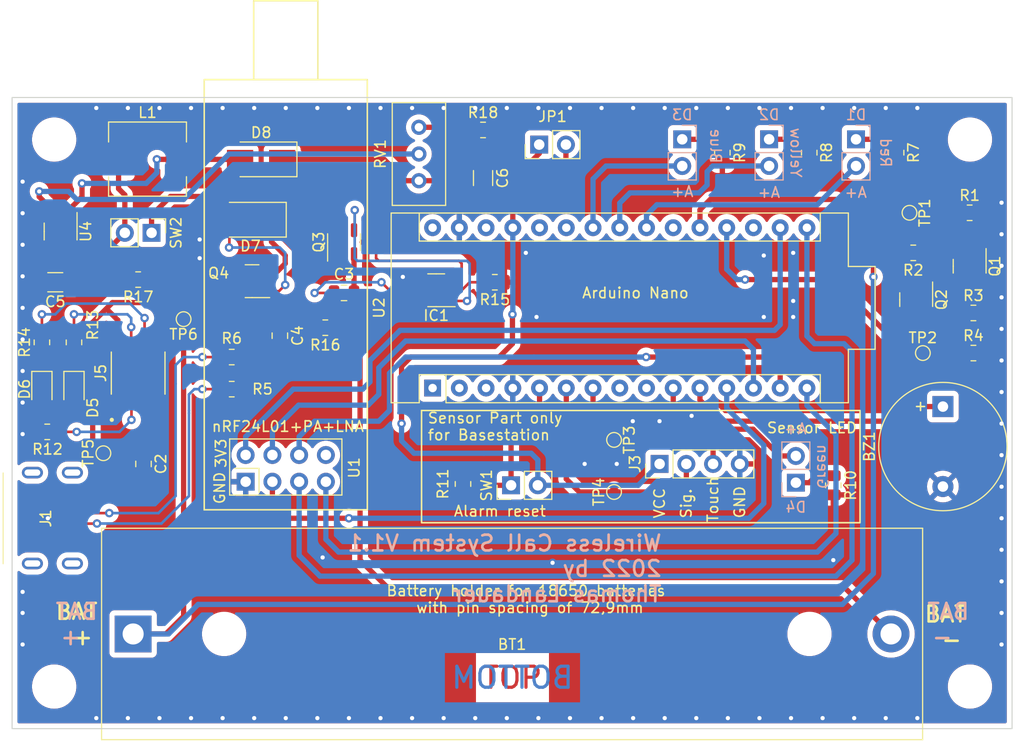
<source format=kicad_pcb>
(kicad_pcb (version 20211014) (generator pcbnew)
  (title_block (title "Wireless Call System") (date "2022-10-26") (rev "1") (company "by Thomas Landauer"))
  (layers (0 "F.Cu" signal) (31 "B.Cu" signal) (34 "B.Paste" user) (35 "F.Paste" user) (36 "B.SilkS" user "B.Silkscreen") (37 "F.SilkS" user "F.Silkscreen") (38 "B.Mask" user) (39 "F.Mask" user) (44 "Edge.Cuts" user))
  (net 0 "")
  (net 1 "VBAT")
  (net 2 "/Power supply/Bat_-")
  (net 3 "Buzzer")
  (net 4 "GND")
  (net 5 "/Power supply/Vin+")
  (net 6 "Net-(C3-Pad2)")
  (net 7 "VIN")
  (net 8 "Net-(D1-Pad1)")
  (net 9 "LED_R")
  (net 10 "Net-(D2-Pad1)")
  (net 11 "LED_G")
  (net 12 "Net-(D3-Pad1)")
  (net 13 "LED_B")
  (net 14 "Net-(D4-Pad1)")
  (net 15 "Net-(D5-Pad1)")
  (net 16 "Net-(IC1-Pad3)")
  (net 17 "Net-(J1-PadA5)")
  (net 18 "Net-(J1-PadB5)")
  (net 20 "Sensor")
  (net 21 "Touch_Sensor")
  (net 22 "Net-(J5-Pad2)")
  (net 23 "Net-(J5-Pad6)")
  (net 24 "Net-(J5-Pad7)")
  (net 25 "BAT_En")
  (net 26 "Net-(Q1-Pad3)")
  (net 27 "Net-(Q2-Pad3)")
  (net 29 "BAT_Measure")
  (net 30 "RST_Btn")
  (net 31 "Net-(RV1-Pad2)")
  (net 32 "+3V3")
  (net 33 "CE")
  (net 34 "CS")
  (net 35 "SCK")
  (net 36 "MOSI")
  (net 37 "MISO")
  (net 48 "/Power supply/Vout+")
  (net 49 "LED_Y")
  (net 50 "Net-(D7-Pad1)")
  (net 51 "Net-(D8-Pad2)")
  (net 52 "Net-(R18-Pad1)")
  (net 54 "Net-(C5-Pad1)")
  (net 55 "Net-(IC1-Pad2)")
  (net 57 "Net-(IC1-Pad1)")
  (net 63 "Net-(D6-Pad1)")
  (footprint "Connector_PinHeader_2.54mm:PinHeader_1x02_P2.54mm_Vertical" (layer "F.Cu") (at 63.251 62.865 -90)
    (fp_text reference "SW2")
    (fp_text value "SW_SPST")
  )
  (footprint "Capacitor_SMD:C_0805_2012Metric" (layer "F.Cu") (at 62.484 84.836 90)
    (fp_text reference "C2")
    (fp_text value "100nF")
  )
  (footprint "Resistor_SMD:R_0805_2012Metric" (layer "F.Cu") (at 140.97 60.96)
    (fp_text reference "R1")
    (fp_text value "100k")
  )
  (footprint "Package_TO_SOT_SMD:SOT-23-6" (layer "F.Cu") (at 90.2915 68.326 180)
    (fp_text reference "IC1")
    (fp_text value "DW01A-G")
  )
  (footprint "Resistor_SMD:R_0805_2012Metric" (layer "F.Cu") (at 79.756 71.882 180)
    (fp_text reference "R16")
    (fp_text value "100")
  )
  (footprint "Connector_PinHeader_2.54mm:PinHeader_1x02_P2.54mm_Vertical" (layer "F.Cu") (at 100.076 54.478 90)
    (fp_text reference "JP1")
    (fp_text value "Jumper_2_Bridged")
  )
  (footprint "MountingHole:MountingHole_3.2mm_M3" (layer "F.Cu") (at 54 106)
    (fp_text reference "H3" hide)
    (fp_text value "MountingHole")
  )
  (footprint "Capacitor_SMD:C_1206_3216Metric" (layer "F.Cu") (at 94.742 57.658 -90)
    (fp_text reference "C6")
    (fp_text value "22uF")
  )
  (footprint "Package_TO_SOT_SMD:SOT-23" (layer "F.Cu") (at 72.7964 67.4624 180)
    (fp_text reference "Q4")
    (fp_text value "AO3401A")
  )
  (footprint "Resistor_SMD:R_0805_2012Metric" (layer "F.Cu") (at 70.866 77.724)
    (fp_text reference "R5")
    (fp_text value "5,1k")
  )
  (footprint "Package_TO_SOT_SMD:SOT-23" (layer "F.Cu") (at 140.97 66.04 -90)
    (fp_text reference "Q1")
    (fp_text value "2N7002")
  )
  (footprint "Capacitor_SMD:C_0805_2012Metric" (layer "F.Cu") (at 75.438 72.644 -90)
    (fp_text reference "C4")
    (fp_text value "10uF")
  )
  (footprint "project_library:Arduino_Nano" (layer "F.Cu") (at 89.95 77.62 90)
    (fp_text reference "U2")
    (fp_text value "Arduino_Nano")
  )
  (footprint "project_library:SOP127P600X175-9N" (layer "F.Cu") (at 61.976 76.2 90)
    (fp_text reference "J5")
    (fp_text value "TP4056")
  )
  (footprint "Potentiometer_THT:Potentiometer_Bourns_3296W_Vertical" (layer "F.Cu") (at 88.646 52.832 90)
    (fp_text reference "RV1")
    (fp_text value "100k")
  )
  (footprint "Connector_PinHeader_2.54mm:PinHeader_1x02_P2.54mm_Vertical" (layer "F.Cu") (at 97.404 86.868 90)
    (fp_text reference "SW1")
    (fp_text value "SW_Push")
  )
  (footprint "Resistor_SMD:R_0805_2012Metric" (layer "F.Cu") (at 70.866 74.676)
    (fp_text reference "R6")
    (fp_text value "5,1k")
  )
  (footprint "Capacitor_SMD:C_0805_2012Metric" (layer "F.Cu") (at 81.534 68.58 180)
    (fp_text reference "C3")
    (fp_text value "100nF")
  )
  (footprint "Resistor_SMD:R_0805_2012Metric" (layer "F.Cu") (at 141.3275 70.485)
    (fp_text reference "R3")
    (fp_text value "100k")
  )
  (footprint "TestPoint:TestPoint_Pad_D1.0mm" (layer "F.Cu") (at 107.188 82.55 -90)
    (fp_text reference "TP3")
    (fp_text value "TestPoint")
  )
  (footprint "Resistor_SMD:R_0805_2012Metric" (layer "F.Cu") (at 94.742 53.086)
    (fp_text reference "R18")
    (fp_text value "2,2k")
  )
  (footprint "Diode_SMD:D_SMA" (layer "F.Cu") (at 73.66 55.88 180)
    (fp_text reference "D8")
    (fp_text value "SS34")
  )
  (footprint "Resistor_SMD:R_0805_2012Metric" (layer "F.Cu") (at 52.832 73.279 -90)
    (fp_text reference "R14")
    (fp_text value "1k")
  )
  (footprint "Package_TO_SOT_SMD:SOT-23-6" (layer "F.Cu") (at 81.534 63.754 90)
    (fp_text reference "Q3")
    (fp_text value "FS8205")
  )
  (footprint "Battery:BatteryHolder_MPD_BH-18650-PC2" (layer "F.Cu") (at 61.5 101)
    (fp_text reference "BT1")
    (fp_text value "Battery_Cell")
  )
  (footprint "Resistor_SMD:R_0805_2012Metric" (layer "F.Cu") (at 55.88 73.279 -90)
    (fp_text reference "R13")
    (fp_text value "1k")
  )
  (footprint "MountingHole:MountingHole_3.2mm_M3" (layer "F.Cu") (at 141 106)
    (fp_text reference "H2" hide)
    (fp_text value "MountingHole")
  )
  (footprint "Resistor_SMD:R_0805_2012Metric" (layer "F.Cu") (at 128.016 86.868 -90)
    (fp_text reference "R10")
    (fp_text value "5,1k")
  )
  (footprint "LED_SMD:LED_0805_2012Metric" (layer "F.Cu") (at 55.88 77.724 -90)
    (fp_text reference "D5")
    (fp_text value "Red")
  )
  (footprint "Buzzer_Beeper:Buzzer_12x9.5RM7.6" (layer "F.Cu") (at 138.43 79.385 -90)
    (fp_text reference "BZ1")
    (fp_text value "Buzzer")
  )
  (footprint "TestPoint:TestPoint_Pad_D1.0mm" (layer "F.Cu") (at 107.188 87.503 90)
    (fp_text reference "TP4")
    (fp_text value "TestPoint")
  )
  (footprint "Diode_SMD:D_SMA" (layer "F.Cu") (at 72.644 61.6204 180)
    (fp_text reference "D7")
    (fp_text value "SS54")
  )
  (footprint "MountingHole:MountingHole_3.2mm_M3" (layer "F.Cu") (at 141 54)
    (fp_text reference "H4" hide)
    (fp_text value "MountingHole")
  )
  (footprint "Capacitor_SMD:C_1206_3216Metric" (layer "F.Cu") (at 54.102 67.564 180)
    (fp_text reference "C5")
    (fp_text value "22uF")
  )
  (footprint "Resistor_SMD:R_0805_2012Metric" (layer "F.Cu") (at 135.6125 64.77 180)
    (fp_text reference "R2")
    (fp_text value "1M")
  )
  (footprint "Package_TO_SOT_SMD:SOT-23-6" (layer "F.Cu") (at 54.61 62.738 -90)
    (fp_text reference "U4")
    (fp_text value "MT3608")
  )
  (footprint "Resistor_SMD:R_0805_2012Metric" (layer "F.Cu") (at 61.976 67.31 180)
    (fp_text reference "R17")
    (fp_text value "100k")
  )
  (footprint "TestPoint:TestPoint_Pad_D1.0mm" (layer "F.Cu") (at 66.294 71.0692 180)
    (fp_text reference "TP6")
    (fp_text value "TestPoint")
  )
  (footprint "LED_SMD:LED_0805_2012Metric" (layer "F.Cu") (at 52.832 77.724 -90)
    (fp_text reference "D6")
    (fp_text value "Blue")
  )
  (footprint "Resistor_SMD:R_0805_2012Metric" (layer "F.Cu") (at 133.985 55.245 -90)
    (fp_text reference "R7")
    (fp_text value "1k")
  )
  (footprint "Package_TO_SOT_SMD:SOT-23" (layer "F.Cu") (at 135.89 69.215 -90)
    (fp_text reference "Q2")
    (fp_text value "SI2301CDS-T1-GE3")
  )
  (footprint "Resistor_SMD:R_0805_2012Metric" (layer "F.Cu") (at 117.475 55.245 -90)
    (fp_text reference "R9")
    (fp_text value "4,7k")
  )
  (footprint "TestPoint:TestPoint_Pad_D1.0mm" (layer "F.Cu") (at 58.674 83.82 90)
    (fp_text reference "TP5")
    (fp_text value "TestPoint")
  )
  (footprint "Resistor_SMD:R_0805_2012Metric" (layer "F.Cu") (at 53.34 81.788)
    (fp_text reference "R12")
    (fp_text value "1,2k")
  )
  (footprint "Resistor_SMD:R_0805_2012Metric" (layer "F.Cu") (at 92.837 86.741 -90)
    (fp_text reference "R11")
    (fp_text value "10k")
  )
  (footprint "TestPoint:TestPoint_Pad_D1.0mm" (layer "F.Cu") (at 135.255 60.96 -90)
    (fp_text reference "TP1")
    (fp_text value "TestPoint")
  )
  (footprint "MountingHole:MountingHole_3.2mm_M3" (layer "F.Cu") (at 54 54)
    (fp_text reference "H1" hide)
    (fp_text value "MountingHole")
  )
  (footprint "project_library:SLO0630H" (layer "F.Cu") (at 62.865 55.88)
    (fp_text reference "L1")
    (fp_text value "22uH")
  )
  (footprint "Resistor_SMD:R_0805_2012Metric" (layer "F.Cu") (at 141.3275 74.295)
    (fp_text reference "R4")
    (fp_text value "100k")
  )
  (footprint "project_library:nRF24L01_LNA_Module" (layer "F.Cu") (at 72.19 86.5265 90)
    (fp_text reference "U1")
    (fp_text value "NRF24L01_Breakout")
  )
  (footprint "Connector_PinHeader_2.54mm:PinHeader_1x04_P2.54mm_Vertical" (layer "F.Cu") (at 111.516 84.836 90)
    (fp_text reference "J3")
    (fp_text value "Conn_01x04_Male")
  )
  (footprint "Resistor_SMD:R_0805_2012Metric" (layer "F.Cu") (at 95.8615 67.564 180)
    (fp_text reference "R15")
    (fp_text value "1k")
  )
  (footprint "project_library:TYPEC31M17_new" (layer "F.Cu") (at 49.15 90.01 -90)
    (fp_text reference "J1")
    (fp_text value "TYPE-C-31-M-17")
  )
  (footprint "TestPoint:TestPoint_Pad_D1.0mm" (layer "F.Cu") (at 136.525 74.295)
    (fp_text reference "TP2")
    (fp_text value "TestPoint")
  )
  (footprint "Resistor_SMD:R_0805_2012Metric" (layer "F.Cu") (at 125.73 55.245 -90)
    (fp_text reference "R8")
    (fp_text value "1k")
  )
  (footprint "Connector_PinHeader_2.54mm:PinHeader_1x02_P2.54mm_Vertical" (layer "B.Cu") (at 124.46 86.619)
    (fp_text reference "D4")
    (fp_text value "gn 3mm")
  )
  (footprint "Connector_PinHeader_2.54mm:PinHeader_1x02_P2.54mm_Vertical" (layer "B.Cu") (at 130.175 53.975 180)
    (fp_text reference "D1")
    (fp_text value "rd 3mm")
  )
  (footprint "Connector_PinHeader_2.54mm:PinHeader_1x02_P2.54mm_Vertical" (layer "B.Cu") (at 121.92 53.97 180)
    (fp_text reference "D2")
    (fp_text value "ye 3mm")
  )
  (footprint "Connector_PinHeader_2.54mm:PinHeader_1x02_P2.54mm_Vertical" (layer "B.Cu") (at 113.665 53.975 180)
    (fp_text reference "D3")
    (fp_text value "bl 3mm")
  )
  (gr_rect (start 88.9 79.756) (end 130.556 90.424) (layer "F.SilkS") (width 0.15) (fill none))
  (gr_rect (start 50 50) (end 145 110) (layer "Edge.Cuts") (width 0.1) (fill none))
  (gr_text "TOP" (at 97.536 105.156) (layer "F.Cu") (effects (font (size 2 2) (thickness 0.3))))
  (gr_text "BOTTOM" (at 97.536 105.156) (layer "B.Cu") (effects (font (size 2 2) (thickness 0.3)) (justify mirror)))
  (gr_text "Yellow" (at 124.46 55.24 270) (layer "B.SilkS") (effects (font (size 1 1)) (justify mirror)))
  (gr_text "A+" (at 130.15 59.025) (layer "B.SilkS") (effects (font (size 1 1)) (justify mirror)))
  (gr_text "A+" (at 113.675 58.95) (layer "B.SilkS") (effects (font (size 1 1)) (justify mirror)))
  (gr_text "Blue" (at 116.84 54.61 270) (layer "B.SilkS") (effects (font (size 1 1)) (justify mirror)))
  (gr_text "Wireless Call System V1.1\n2022 by \nThomas Landauer" (at 111.8362 94.7928) (layer "B.SilkS") (effects (font (size 1.5 1.5) (thickness 0.25)) (justify left mirror)))
  (gr_text "A+" (at 121.9 59.025) (layer "B.SilkS") (effects (font (size 1 1)) (justify mirror)))
  (gr_text "BAT\n -" (at 138.938 100.076) (layer "B.SilkS") (effects (font (size 1.5 1.5) (thickness 0.25)) (justify mirror)))
  (gr_text "A+" (at 124.425 81.5) (layer "B.SilkS") (effects (font (size 1 1)) (justify mirror)))
  (gr_text "BAT\n +" (at 56.134 100.076) (layer "B.SilkS") (effects (font (size 1.5 1.5) (thickness 0.25)) (justify mirror)))
  (gr_text "Red" (at 132.9944 55.245 270) (layer "B.SilkS") (effects (font (size 1 1)) (justify mirror)))
  (gr_text "Green" (at 127 85.09 270) (layer "B.SilkS") (effects (font (size 1 1)) (justify mirror)))
  (gr_text "GND" (at 119.126 90.0938 90) (layer "F.SilkS") (effects (font (size 1 1)) (justify left)))
  (gr_text "Sensor Part only\nfor Basestation" (at 89.408 81.28) (layer "F.SilkS") (effects (font (size 1 1)) (justify left)))
  (gr_text "nRF24L01+PA+LNA" (at 76.2 81.28) (layer "F.SilkS") (effects (font (size 1 1))))
  (gr_text "3V3" (at 69.85 83.82 90) (layer "F.SilkS") (effects (font (size 1 1))))
  (gr_text "Sensor LED" (at 125.984 81.407) (layer "F.SilkS") (effects (font (size 1 1))))
  (gr_text "Touch" (at 116.575 90.475 90) (layer "F.SilkS") (effects (font (size 1 1)) (justify left)))
  (gr_text "VCC" (at 111.506 90.0938 90) (layer "F.SilkS") (effects (font (size 1 1)) (justify left)))
  (gr_text "Sig." (at 114.046 90.0938 90) (layer "F.SilkS") (effects (font (size 1 1)) (justify left)))
  (gr_text "Alarm reset" (at 96.3422 89.3318) (layer "F.SilkS") (effects (font (size 1 1))))
  (gr_text "Arduino Nano" (at 109.22 68.58) (layer "F.SilkS") (effects (font (size 1 1))))
  (gr_text "BAT\n +" (at 56.134 100.076) (layer "F.SilkS") (effects (font (size 1.5 1.5) (thickness 0.25))))
  (gr_text "BAT\n -" (at 138.684 100.33) (layer "F.SilkS") (effects (font (size 1.5 1.5) (thickness 0.25))))
  (gr_text "GND" (at 69.723 87.122 90) (layer "F.SilkS") (effects (font (size 1 1))))
  (gr_text "Battery holder for 18650 batteries \nwith pin spacing of 72,9mm" (at 99.2 97.7) (layer "F.SilkS") (effects (font (size 1 1))))
  (segment (start 131.826 66.04) (end 133.096 64.77) (width 0.5) (layer "F.Cu") (net 1))
  (segment (start 131.826 67.056) (end 131.826 66.04) (width 0.5) (layer "F.Cu") (net 1))
  (segment (start 61.5 101) (end 64.608 101) (width 0.5) (layer "F.Cu") (net 1))
  (segment (start 78.6555 71.694) (end 78.8435 71.882) (width 0.5) (layer "F.Cu") (net 1))
  (segment (start 63.881 73.725) (end 63.881 71.755) (width 0.5) (layer "F.Cu") (net 1))
  (segment (start 73.472 71.694) (end 72.8472 71.0692) (width 0.5) (layer "F.Cu") (net 1))
  (segment (start 71.8589 67.4624) (end 67.4116 67.4624) (width 0.5) (layer "F.Cu") (net 1))
  (segment (start 67.4116 67.4624) (end 66.294 68.58) (width 0.5) (layer "F.Cu") (net 1))
  (segment (start 134.7 68.0375) (end 134.94 68.2775) (width 0.5) (layer "F.Cu") (net 1))
  (segment (start 64.608 101) (end 66.294 99.314) (width 0.5) (layer "F.Cu") (net 1))
  (segment (start 64.5668 71.0692) (end 66.294 71.0692) (width 0.5) (layer "F.Cu") (net 1))
  (segment (start 66.294 99.314) (end 66.294 71.0692) (width 0.5) (layer "F.Cu") (net 1))
  (segment (start 63.881 71.755) (end 64.5668 71.0692) (width 0.5) (layer "F.Cu") (net 1))
  (segment (start 75.438 71.694) (end 78.6555 71.694) (width 0.5) (layer "F.Cu") (net 1))
  (segment (start 72.8472 71.0692) (end 66.294 71.0692) (width 0.5) (layer "F.Cu") (net 1))
  (segment (start 134.7 64.77) (end 134.7 68.0375) (width 0.5) (layer "F.Cu") (net 1))
  (segment (start 133.096 64.77) (end 134.7 64.77) (width 0.5) (layer "F.Cu") (net 1))
  (segment (start 66.294 68.58) (end 66.294 71.0692) (width 0.5) (layer "F.Cu") (net 1))
  (segment (start 75.438 71.694) (end 73.472 71.694) (width 0.5) (layer "F.Cu") (net 1))
  (via (at 131.826 67.056) (size 0.8) (drill 0.4) (layers "F.Cu" "B.Cu") (net 1))
  (segment (start 131.826 67.056) (end 131.826 95.25) (width 0.5) (layer "B.Cu") (net 1))
  (segment (start 131.826 95.25) (end 128.885349 98.190651) (width 0.5) (layer "B.Cu") (net 1))
  (segment (start 128.885349 98.190651) (end 67.671349 98.190651) (width 0.5) (layer "B.Cu") (net 1))
  (segment (start 64.862 101) (end 61.5 101) (width 0.5) (layer "B.Cu") (net 1))
  (segment (start 67.671349 98.190651) (end 64.862 101) (width 0.5) (layer "B.Cu") (net 1))
  (segment (start 83.058 93.98) (end 83.058 71.628) (width 0.5) (layer "F.Cu") (net 2))
  (segment (start 84.582 68.58) (end 82.484 68.58) (width 0.25) (layer "F.Cu") (net 2))
  (segment (start 129.147 96.647) (end 85.725 96.647) (width 0.5) (layer "F.Cu") (net 2))
  (segment (start 82.484 68.58) (end 82.484 64.8915) (width 0.5) (layer "F.Cu") (net 2))
  (segment (start 133.5 101) (end 129.147 96.647) (width 0.5) (layer "F.Cu") (net 2))
  (segment (start 83.058 71.628) (end 82.484 71.054) (width 0.5) (layer "F.Cu") (net 2))
  (segment (start 89.154 69.276) (end 85.278 69.276) (width 0.25) (layer "F.Cu") (net 2))
  (segment (start 82.484 71.054) (end 82.484 68.58) (width 0.5) (layer "F.Cu") (net 2))
  (segment (start 85.278 69.276) (end 84.582 68.58) (width 0.25) (layer "F.Cu") (net 2))
  (segment (start 85.725 96.647) (end 83.058 93.98) (width 0.5) (layer "F.Cu") (net 2))
  (segment (start 136.261 79.385) (end 134.874 80.772) (width 0.5) (layer "F.Cu") (net 3))
  (segment (start 138.43 79.385) (end 136.261 79.385) (width 0.5) (layer "F.Cu") (net 3))
  (segment (start 134.874 80.772) (end 117.348 80.772) (width 0.5) (layer "F.Cu") (net 3))
  (segment (start 115.35 78.774) (end 115.35 77.62) (width 0.5) (layer "F.Cu") (net 3))
  (segment (start 117.348 80.772) (end 115.35 78.774) (width 0.5) (layer "F.Cu") (net 3))
  (via (at 76 51) (size 0.8) (drill 0.4) (layers "F.Cu" "B.Cu") (net 4))
  (via (at 144 63) (size 0.8) (drill 0.4) (layers "F.Cu" "B.Cu") (net 4))
  (via (at 130 51) (size 0.8) (drill 0.4) (layers "F.Cu" "B.Cu") (net 4))
  (via (at 51 82) (size 0.8) (drill 0.4) (layers "F.Cu" "B.Cu") (net 4))
  (via (at 118 51) (size 0.8) (drill 0.4) (layers "F.Cu" "B.Cu") (net 4))
  (via (at 100 51) (size 0.8) (drill 0.4) (layers "F.Cu" "B.Cu") (net 4))
  (via (at 115 109) (size 0.8) (drill 0.4) (layers "F.Cu" "B.Cu") (net 4))
  (via (at 51 97) (size 0.8) (drill 0.4) (layers "F.Cu" "B.Cu") (net 4))
  (via (at 79 51) (size 0.8) (drill 0.4) (layers "F.Cu" "B.Cu") (net 4))
  (via (at 73 51) (size 0.8) (drill 0.4) (layers "F.Cu" "B.Cu") (net 4))
  (via (at 144 78) (size 0.8) (drill 0.4) (layers "F.Cu" "B.Cu") (net 4))
  (via (at 91 51) (size 0.8) (drill 0.4) (layers "F.Cu" "B.Cu") (net 4))
  (via (at 82 109) (size 0.8) (drill 0.4) (layers "F.Cu" "B.Cu") (net 4))
  (via (at 106 109) (size 0.8) (drill 0.4) (layers "F.Cu" "B.Cu") (net 4))
  (via (at 127 51) (size 0.8) (drill 0.4) (layers "F.Cu" "B.Cu") (net 4))
  (via (at 64 109) (size 0.8) (drill 0.4) (layers "F.Cu" "B.Cu") (net 4))
  (via (at 144 60) (size 0.8) (drill 0.4) (layers "F.Cu" "B.Cu") (net 4))
  (via (at 144 84) (size 0.8) (drill 0.4) (layers "F.Cu" "B.Cu") (net 4))
  (via (at 121.412 70.866) (size 0.8) (drill 0.4) (layers "F.Cu" "B.Cu") (net 4))
  (via (at 144 66) (size 0.8) (drill 0.4) (layers "F.Cu" "B.Cu") (net 4))
  (via (at 136 51) (size 0.8) (drill 0.4) (layers "F.Cu" "B.Cu") (net 4))
  (via (at 51 64) (size 0.8) (drill 0.4) (layers "F.Cu" "B.Cu") (net 4))
  (via (at 51 70) (size 0.8) (drill 0.4) (layers "F.Cu" "B.Cu") (net 4))
  (via (at 124.206 64.77) (size 0.8) (drill 0.4) (layers "F.Cu" "B.Cu") (net 4))
  (via (at 103 109) (size 0.8) (drill 0.4) (layers "F.Cu" "B.Cu") (net 4))
  (via (at 87.122 67.056) (size 0.8) (drill 0.4) (layers "F.Cu" "B.Cu") (net 4))
  (via (at 91 109) (size 0.8) (drill 0.4) (layers "F.Cu" "B.Cu") (net 4))
  (via (at 97 51) (size 0.8) (drill 0.4) (layers "F.Cu" "B.Cu") (net 4))
  (via (at 109 51) (size 0.8) (drill 0.4) (layers "F.Cu" "B.Cu") (net 4))
  (via (at 79.502 93.726) (size 0.8) (drill 0.4) (layers "F.Cu" "B.Cu") (net 4))
  (via (at 133 51) (size 0.8) (drill 0.4) (layers "F.Cu" "B.Cu") (net 4))
  (via (at 67 109) (size 0.8) (drill 0.4) (layers "F.Cu" "B.Cu") (net 4))
  (via (at 58 109) (size 0.8) (drill 0.4) (layers "F.Cu" "B.Cu") (net 4))
  (via (at 79 109) (size 0.8) (drill 0.4) (layers "F.Cu" "B.Cu") (net 4))
  (via (at 104.394 84.836) (size 0.8) (drill 0.4) (layers "F.Cu" "B.Cu") (net 4))
  (via (at 100 109) (size 0.8) (drill 0.4) (layers "F.Cu" "B.Cu") (net 4))
  (via (at 124.206 70.866) (size 0.8) (drill 0.4) (layers "F.Cu" "B.Cu") (net 4))
  (via (at 61 109) (size 0.8) (drill 0.4) (layers "F.Cu" "B.Cu") (net 4))
  (via (at 133 109) (size 0.8) (drill 0.4) (layers "F.Cu" "B.Cu") (net 4))
  (via (at 67.818 65.278) (size 0.8) (drill 0.4) (layers "F.Cu" "B.Cu") (net 4))
  (via (at 124 51) (size 0.8) (drill 0.4) (layers "F.Cu" "B.Cu") (net 4))
  (via (at 94 51) (size 0.8) (drill 0.4) (layers "F.Cu" "B.Cu") (net 4))
  (via (at 51 73) (size 0.8) (drill 0.4) (layers "F.Cu" "B.Cu") (net 4))
  (via (at 51 99) (size 0.8) (drill 0.4) (layers "F.Cu" "B.Cu") (net 4))
  (via (at 107.442 84.836) (size 0.8) (drill 0.4) (layers "F.Cu" "B.Cu") (net 4))
  (via (at 144 69) (size 0.8) (drill 0.4) (layers "F.Cu" "B.Cu") (net 4))
  (via (at 124.206 69.342) (size 0.8) (drill 0.4) (layers "F.Cu" "B.Cu") (net 4))
  (via (at 136 109) (size 0.8) (drill 0.4) (layers "F.Cu" "B.Cu") (net 4))
  (via (at 51 61) (size 0.8) (drill 0.4) (layers "F.Cu" "B.Cu") (net 4))
  (via (at 61 51) (size 0.8) (drill 0.4) (layers "F.Cu" "B.Cu") (net 4))
  (via (at 108.966 80.772) (size 0.8) (drill 0.4) (layers "F.Cu" "B.Cu") (net 4))
  (via (at 144 87) (size 0.8) (drill 0.4) (layers "F.Cu" "B.Cu") (net 4))
  (via (at 114.554 80.264) (size 0.8) (drill 0.4) (layers "F.Cu" "B.Cu") (net 4))
  (via (at 144 81) (size 0.8) (drill 0.4) (layers "F.Cu" "B.Cu") (net 4))
  (via (at 144 93) (size 0.8) (drill 0.4) (layers "F.Cu" "B.Cu") (net 4))
  (via (at 51 67) (size 0.8) (drill 0.4) (layers "F.Cu" "B.Cu") (net 4))
  (via (at 97 109) (size 0.8) (drill 0.4) (layers "F.Cu" "B.Cu") (net 4))
  (via (at 121 109) (size 0.8) (drill 0.4) (layers "F.Cu" "B.Cu") (net 4))
  (via (at 130 109) (size 0.8) (drill 0.4) (layers "F.Cu" "B.Cu") (net 4))
  (via (at 101.346 94.234) (size 0.8) (drill 0.4) (layers "F.Cu" "B.Cu") (net 4))
  (via (at 144 102) (size 0.8) (drill 0.4) (layers "F.Cu" "B.Cu") (net 4))
  (via (at 70 109) (size 0.8) (drill 0.4) (layers "F.Cu" "B.Cu") (net 4))
  (via (at 144 75) (size 0.8) (drill 0.4) (layers "F.Cu" "B.Cu") (net 4))
  (via (at 144 90) (size 0.8) (drill 0.4) (layers "F.Cu" "B.Cu") (net 4))
  (via (at 70 51) (size 0.8) (drill 0.4) (layers "F.Cu" "B.Cu") (net 4))
  (via (at 51 58) (size 0.8) (drill 0.4) (layers "F.Cu" "B.Cu") (net 4))
  (via (at 128.016 93.98) (size 0.8) (drill 0.4) (layers "F.Cu" "B.Cu") (net 4))
  (via (at 112 109) (size 0.8) (drill 0.4) (layers "F.Cu" "B.Cu") (net 4))
  (via (at 99.822 70.866) (size 0.8) (drill 0.4) (layers "F.Cu" "B.Cu") (net 4))
  (via (at 106 51) (size 0.8) (drill 0.4) (layers "F.Cu" "B.Cu") (net 4))
  (via (at 112 51) (size 0.8) (drill 0.4) (layers "F.Cu" "B.Cu") (net 4))
  (via (at 85 109) (size 0.8) (drill 0.4) (layers "F.Cu" "B.Cu") (net 4))
  (via (at 51 102) (size 0.8) (drill 0.4) (layers "F.Cu" "B.Cu") (net 4))
  (via (at 98.806 64.77) (size 0.8) (drill 0.4) (layers "F.Cu" "B.Cu") (net 4))
  (via (at 144 99) (size 0.8) (drill 0.4) (layers "F.Cu" "B.Cu") (net 4))
  (via (at 76 109) (size 0.8) (drill 0.4) (layers "F.Cu" "B.Cu") (net 4))
  (via (at 127 109) (size 0.8) (drill 0.4) (layers "F.Cu" "B.Cu") (net 4))
  (via (at 94 109) (size 0.8) (drill 0.4) (layers "F.Cu" "B.Cu") (net 4))
  (via (at 73 109) (size 0.8) (drill 0.4) (layers "F.Cu" "B.Cu") (net 4))
  (via (at 115 51) (size 0.8) (drill 0.4) (layers "F.Cu" "B.Cu") (net 4))
  (via (at 124 109) (size 0.8) (drill 0.4) (layers "F.Cu" "B.Cu") (net 4))
  (via (at 103 51) (size 0.8) (drill 0.4) (layers "F.Cu" "B.Cu") (net 4))
  (via (at 144 72) (size 0.8) (drill 0.4) (layers "F.Cu" "B.Cu") (net 4))
  (via (at 53.4 90) (size 0.8) (drill 0.4) (layers "F.Cu" "B.Cu") (net 4))
  (via (at 109 109) (size 0.8) (drill 0.4) (layers "F.Cu" "B.Cu") (net 4))
  (via (at 121 51) (size 0.8) (drill 0.4) (layers "F.Cu" "B.Cu") (net 4))
  (via (at 82 51) (size 0.8) (drill 0.4) (layers "F.Cu" "B.Cu") (net 4))
  (via (at 85 51) (size 0.8) (drill 0.4) (layers "F.Cu" "B.Cu") (net 4))
  (via (at 58 51) (size 0.8) (drill 0.4) (layers "F.Cu" "B.Cu") (net 4))
  (via (at 88 109) (size 0.8) (drill 0.4) (layers "F.Cu" "B.Cu") (net 4))
  (via (at 51 76) (size 0.8) (drill 0.4) (layers "F.Cu" "B.Cu") (net 4))
  (via (at 121.412 65.024) (size 0.8) (drill 0.4) (layers "F.Cu" "B.Cu") (net 4))
  (via (at 51 79) (size 0.8) (drill 0.4) (layers "F.Cu" "B.Cu") (net 4))
  (via (at 111.506 80.772) (size 0.8) (drill 0.4) (layers "F.Cu" "B.Cu") (net 4))
  (via (at 67.818 63.5) (size 0.8) (drill 0.4) (layers "F.Cu" "B.Cu") (net 4))
  (via (at 67 51) (size 0.8) (drill 0.4) (layers "F.Cu" "B.Cu") (net 4))
  (via (at 64 51) (size 0.8) (drill 0.4) (layers "F.Cu" "B.Cu") (net 4))
  (via (at 144 96) (size 0.8) (drill 0.4) (layers "F.Cu" "B.Cu") (net 4))
  (via (at 88 51) (size 0.8) (drill 0.4) (layers "F.Cu" "B.Cu") (net 4))
  (via (at 118 109) (size 0.8) (drill 0.4) (layers "F.Cu" "B.Cu") (net 4))
  (segment (start 62.8885 67.31) (end 64.262 67.31) (width 0.5) (layer "F.Cu") (net 5))
  (segment (start 51.8 89.2) (end 52.51 88.49) (width 0.5) (layer "F.Cu") (net 5))
  (segment (start 66.6496 61.6204) (end 70.644 61.6204) (width 0.5) (layer "F.Cu") (net 5))
  (segment (start 57.4825 78.6615) (end 57.658 78.486) (width 0.5) (layer "F.Cu") (net 5))
  (segment (start 62.484 83.886) (end 62.484 83.82) (width 0.5) (layer "F.Cu") (net 5))
  (segment (start 59.5376 69.4944) (end 62.3316 69.4944) (width 0.5) (layer "F.Cu") (net 5))
  (segment (start 58.674 83.82) (end 62.418 83.82) (width 0.5) (layer "F.Cu") (net 5))
  (segment (start 56.1 91.53) (end 52.33 91.53) (width 0.5) (layer "F.Cu") (net 5))
  (segment (start 66.04 65.532) (end 66.04 62.23) (width 0.5) (layer "F.Cu") (net 5))
  (segment (start 52.832 78.6615) (end 55.88 78.6615) (width 0.5) (layer "F.Cu") (net 5))
  (segment (start 66.04 62.23) (end 66.6496 61.6204) (width 0.5) (layer "F.Cu") (net 5))
  (segment (start 63.881 82.423) (end 63.881 78.675) (width 0.5) (layer "F.Cu") (net 5))
  (segment (start 70.612 64.262) (end 70.644 64.23) (width 0.25) (layer "F.Cu") (net 5))
  (segment (start 52.51 88.49) (end 56.1 88.49) (width 0.5) (layer "F.Cu") (net 5))
  (segment (start 51.8 91) (end 51.8 89.2) (width 0.5) (layer "F.Cu") (net 5))
  (segment (start 62.484 83.82) (end 63.881 82.423) (width 0.5) (layer "F.Cu") (net 5))
  (segment (start 64.262 67.31) (end 66.04 65.532) (width 0.5) (layer "F.Cu") (net 5))
  (segment (start 52.33 91.53) (end 51.8 91) (width 0.5) (layer "F.Cu") (net 5))
  (segment (start 58.674 87.884) (end 58.674 83.82) (width 0.5) (layer "F.Cu") (net 5))
  (segment (start 55.88 78.6615) (end 57.4825 78.6615) (width 0.5) (layer "F.Cu") (net 5))
  (segment (start 60.0456 71.1708) (end 59.1185 70.2437) (width 0.5) (layer "F.Cu") (net 5))
  (segment (start 56.1 88.49) (end 58.068 88.49) (width 0.5) (layer "F.Cu") (net 5))
  (segment (start 58.068 88.49) (end 58.674 87.884) (width 0.5) (layer "F.Cu") (net 5))
  (segment (start 57.912 83.82) (end 58.674 83.82) (width 0.5) (layer "F.Cu") (net 5))
  (segment (start 57.658 83.566) (end 57.912 83.82) (width 0.5) (layer "F.Cu") (net 5))
  (segment (start 60.0456 73.6996) (end 60.0456 71.1708) (width 0.5) (layer "F.Cu") (net 5))
  (segment (start 62.418 83.82) (end 62.484 83.886) (width 0.5) (layer "F.Cu") (net 5))
  (segment (start 62.3316 69.4944) (end 62.8885 68.9375) (width 0.5) (layer "F.Cu") (net 5))
  (segment (start 75.3516 68.4124) (end 75.946 67.818) (width 0.25) (layer "F.Cu") (net 5))
  (segment (start 62.8885 68.9375) (end 62.8885 67.31) (width 0.5) (layer "F.Cu") (net 5))
  (segment (start 57.658 71.374) (end 57.658 78.486) (width 0.5) (layer "F.Cu") (net 5))
  (segment (start 70.644 64.23) (end 70.644 61.6204) (width 0.25) (layer "F.Cu") (net 5))
  (segment (start 57.658 71.374) (end 59.5376 69.4944) (width 0.5) (layer "F.Cu") (net 5))
  (segment (start 73.7339 68.4124) (end 75.3516 68.4124) (width 0.25) (layer "F.Cu") (net 5))
  (segment (start 57.658 78.486) (end 57.658 83.566) (width 0.5) (layer "F.Cu") (net 5))
  (via (at 75.946 67.818) (size 0.8) (drill 0.4) (layers "F.Cu" "B.Cu") (net 5))
  (via (at 70.612 64.262) (size 0.8) (drill 0.4) (layers "F.Cu" "B.Cu") (net 5))
  (segment (start 75.438 64.262) (end 70.612 64.262) (width 0.25) (layer "B.Cu") (net 5))
  (segment (start 75.946 64.77) (end 75.438 64.262) (width 0.25) (layer "B.Cu") (net 5))
  (segment (start 75.946 67.818) (end 75.946 64.77) (width 0.25) (layer "B.Cu") (net 5))
  (segment (start 89.154 68.326) (end 85.852 68.326) (width 0.25) (layer "F.Cu") (net 6))
  (segment (start 78.74 68.58) (end 80.584 68.58) (width 0.25) (layer "F.Cu") (net 6))
  (segment (start 80.6685 71.882) (end 80.6685 68.6645) (width 0.5) (layer "F.Cu") (net 6))
  (segment (start 80.6685 68.6645) (end 80.584 68.58) (width 0.5) (layer "F.Cu") (net 6))
  (segment (start 85.852 68.326) (end 85.09 67.564) (width 0.25) (layer "F.Cu") (net 6))
  (via (at 85.09 67.564) (size 0.8) (drill 0.4) (layers "F.Cu" "B.Cu") (net 6))
  (via (at 78.74 68.58) (size 0.8) (drill 0.4) (layers "F.Cu" "B.Cu") (net 6))
  (segment (start 79.756 67.564) (end 78.74 68.58) (width 0.25) (layer "B.Cu") (net 6))
  (segment (start 85.09 67.564) (end 79.756 67.564) (width 0.25) (layer "B.Cu") (net 6))
  (segment (start 87 75.56) (end 87 81) (width 0.5) (layer "F.Cu") (net 7))
  (segment (start 97.536 73.406) (end 97.536 70.612) (width 0.5) (layer "F.Cu") (net 7))
  (segment (start 96.266 74.676) (end 87.884 74.676) (width 0.5) (layer "F.Cu") (net 7))
  (segment (start 87.884 74.676) (end 87 75.56) (width 0.5) (layer "F.Cu") (net 7))
  (segment (start 97.536 73.406) (end 96.266 74.676) (width 0.5) (layer "F.Cu") (net 7))
  (segment (start 98.806 59.69) (end 102.108 59.69) (width 0.5) (layer "F.Cu") (net 7))
  (segment (start 102.108 59.69) (end 102.616 59.182) (width 0.5) (layer "F.Cu") (net 7))
  (segment (start 97.57 60.926) (end 98.806 59.69) (width 0.5) (layer "F.Cu") (net 7))
  (segment (start 102.616 59.182) (end 102.616 54.478) (width 0.5) (layer "F.Cu") (net 7))
  (segment (start 97.57 62.38) (end 97.57 60.926) (width 0.5) (layer "F.Cu") (net 7))
  (via (at 87 81) (size 0.8) (drill 0.4) (layers "F.Cu" "B.Cu") (net 7))
  (via (at 97.536 70.612) (size 0.8) (drill 0.4) (layers "F.Cu" "B.Cu") (net 7))
  (segment (start 99.944 84.45) (end 99.314 83.82) (width 0.5) (layer "B.Cu") (net 7))
  (segment (start 99.944 86.868) (end 109.484 86.868) (width 0.5) (layer "B.Cu") (net 7))
  (segment (start 94.82 83.82) (end 88.18 83.82) (width 0.5) (layer "B.Cu") (net 7))
  (segment (start 109.484 86.868) (end 111.516 84.836) (width 0.5) (layer "B.Cu") (net 7))
  (segment (start 99.314 83.82) (end 94.82 83.82) (width 0.5) (layer "B.Cu") (net 7))
  (segment (start 99.944 86.868) (end 99.944 84.45) (width 0.5) (layer "B.Cu") (net 7))
  (segment (start 97.536 70.612) (end 97.57 70.578) (width 0.5) (layer "B.Cu") (net 7))
  (segment (start 87 82.64) (end 87 81) (width 0.5) (layer "B.Cu") (net 7))
  (segment (start 88.18 83.82) (end 87 82.64) (width 0.5) (layer "B.Cu") (net 7))
  (segment (start 97.57 70.578) (end 97.57 62.38) (width 0.5) (layer "B.Cu") (net 7))
  (segment (start 130.175 53.975) (end 133.6275 53.975) (width 0.5) (layer "F.Cu") (net 8))
  (segment (start 133.6275 53.975) (end 133.985 54.3325) (width 0.5) (layer "F.Cu") (net 8))
  (segment (start 126.492 60.198) (end 111.252 60.198) (width 0.5) (layer "B.Cu") (net 9))
  (segment (start 110.27 62.38) (end 110.27 61.18) (width 0.5) (layer "B.Cu") (net 9))
  (segment (start 130.175 56.515) (end 126.492 60.198) (width 0.5) (layer "B.Cu") (net 9))
  (segment (start 110.27 61.18) (end 111.252 60.198) (width 0.5) (layer "B.Cu") (net 9))
  (segment (start 125.3675 53.97) (end 125.73 54.3325) (width 0.5) (layer "F.Cu") (net 10))
  (segment (start 121.92 53.97) (end 125.3675 53.97) (width 0.5) (layer "F.Cu") (net 10))
  (segment (start 120.396 81.534) (end 113.284 81.534) (width 0.5) (layer "F.Cu") (net 11))
  (segment (start 113.284 81.534) (end 112.81 81.06) (width 0.5) (layer "F.Cu") (net 11))
  (segment (start 124.46 84.079) (end 122.941 84.079) (width 0.5) (layer "F.Cu") (net 11))
  (segment (start 112.81 81.06) (end 112.81 77.62) (width 0.5) (layer "F.Cu") (net 11))
  (segment (start 122.941 84.079) (end 120.396 81.534) (width 0.5) (layer "F.Cu") (net 11))
  (segment (start 113.665 53.975) (end 117.1175 53.975) (width 0.5) (layer "F.Cu") (net 12))
  (segment (start 117.1175 53.975) (end 117.475 54.3325) (width 0.5) (layer "F.Cu") (net 12))
  (segment (start 105.19 57.751) (end 105.19 62.38) (width 0.5) (layer "B.Cu") (net 13))
  (segment (start 113.665 56.515) (end 106.426 56.515) (width 0.5) (layer "B.Cu") (net 13))
  (segment (start 106.426 56.515) (end 105.19 57.751) (width 0.5) (layer "B.Cu") (net 13))
  (segment (start 124.46 86.619) (end 125.725 86.619) (width 0.5) (layer "F.Cu") (net 14))
  (segment (start 125.725 86.619) (end 126.3885 85.9555) (width 0.5) (layer "F.Cu") (net 14))
  (segment (start 126.3885 85.9555) (end 128.016 85.9555) (width 0.5) (layer "F.Cu") (net 14))
  (segment (start 55.88 76.7865) (end 55.88 74.1915) (width 0.25) (layer "F.Cu") (net 15))
  (segment (start 84.836 65.532) (end 84.582 65.278) (width 0.25) (layer "F.Cu") (net 16))
  (segment (start 92.456 65.532) (end 84.836 65.532) (width 0.25) (layer "F.Cu") (net 16))
  (segment (start 83.82 59.436) (end 81.28 59.436) (width 0.25) (layer "F.Cu") (net 16))
  (segment (start 92.71 66.802) (end 92.71 65.786) (width 0.25) (layer "F.Cu") (net 16))
  (segment (start 80.584 60.132) (end 80.584 62.6165) (width 0.25) (layer "F.Cu") (net 16))
  (segment (start 84.582 65.278) (end 84.582 60.198) (width 0.25) (layer "F.Cu") (net 16))
  (segment (start 81.28 59.436) (end 80.584 60.132) (width 0.25) (layer "F.Cu") (net 16))
  (segment (start 91.429 67.376) (end 92.136 67.376) (width 0.25) (layer "F.Cu") (net 16))
  (segment (start 92.71 65.786) (end 92.456 65.532) (width 0.25) (layer "F.Cu") (net 16))
  (segment (start 84.582 60.198) (end 83.82 59.436) (width 0.25) (layer "F.Cu") (net 16))
  (segment (start 92.136 67.376) (end 92.71 66.802) (width 0.25) (layer "F.Cu") (net 16))
  (segment (start 68.072 74.676) (end 69.9535 74.676) (width 0.25) (layer "F.Cu") (net 17))
  (segment (start 56.1 89.51) (end 59.2332 89.51) (width 0.25) (layer "F.Cu") (net 17))
  (segment (start 59.2332 89.51) (end 59.2328 89.5096) (width 0.25) (layer "F.Cu") (net 17))
  (via (at 68.072 74.676) (size 0.8) (drill 0.4) (layers "F.Cu" "B.Cu") (net 17))
  (via (at 59.2328 89.5096) (size 0.8) (drill 0.4) (layers "F.Cu" "B.Cu") (net 17))
  (segment (start 65.532 87.884) (end 65.532 77.216) (width 0.25) (layer "B.Cu") (net 17))
  (segment (start 63.9064 89.5096) (end 65.532 87.884) (width 0.25) (layer "B.Cu") (net 17))
  (segment (start 65.532 77.216) (end 65.532 75.438) (width 0.25) (layer "B.Cu") (net 17))
  (segment (start 59.2328 89.5096) (end 63.9064 89.5096) (width 0.25) (layer "B.Cu") (net 17))
  (segment (start 65.532 75.438) (end 66.294 74.676) (width 0.25) (layer "B.Cu") (net 17))
  (segment (start 66.294 74.676) (end 68.072 74.676) (width 0.25) (layer "B.Cu") (net 17))
  (segment (start 68.072 77.724) (end 69.9535 77.724) (width 0.25) (layer "F.Cu") (net 18))
  (segment (start 58.0546 90.51) (end 58.0644 90.5002) (width 0.25) (layer "F.Cu") (net 18))
  (segment (start 56.1 90.51) (end 58.0546 90.51) (width 0.25) (layer "F.Cu") (net 18))
  (via (at 58.0644 90.5002) (size 0.8) (drill 0.4) (layers "F.Cu" "B.Cu") (net 18))
  (via (at 68.072 77.724) (size 0.8) (drill 0.4) (layers "F.Cu" "B.Cu") (net 18))
  (segment (start 66.802 78.232) (end 67.31 77.724) (width 0.25) (layer "B.Cu") (net 18))
  (segment (start 66.802 80.01) (end 66.802 79.756) (width 0.25) (layer "B.Cu") (net 18))
  (segment (start 66.802 87.884) (end 66.802 80.01) (width 0.25) (layer "B.Cu") (net 18))
  (segment (start 64.1858 90.5002) (end 66.802 87.884) (width 0.25) (layer "B.Cu") (net 18))
  (segment (start 58.0644 90.5002) (end 64.1858 90.5002) (width 0.25) (layer "B.Cu") (net 18))
  (segment (start 66.802 79.756) (end 66.802 78.232) (width 0.25) (layer "B.Cu") (net 18))
  (segment (start 67.31 77.724) (end 68.072 77.724) (width 0.25) (layer "B.Cu") (net 18))
  (segment (start 102.65 77.62) (end 102.65 86.267) (width 0.5) (layer "F.Cu") (net 20))
  (segment (start 103.886 87.503) (end 107.188 87.503) (width 0.5) (layer "F.Cu") (net 20))
  (segment (start 102.65 86.267) (end 103.886 87.503) (width 0.5) (layer "F.Cu") (net 20))
  (segment (start 114.056 86.731) (end 114.056 84.836) (width 0.5) (layer "F.Cu") (net 20))
  (segment (start 113.284 87.503) (end 114.056 86.731) (width 0.5) (layer "F.Cu") (net 20))
  (segment (start 107.188 87.503) (end 113.284 87.503) (width 0.5) (layer "F.Cu") (net 20))
  (segment (start 105.19 77.62) (end 105.19 80.552) (width 0.5) (layer "F.Cu") (net 21))
  (segment (start 116.596 83.195) (end 116.596 84.836) (width 0.5) (layer "F.Cu") (net 21))
  (segment (start 105.19 80.552) (end 107.188 82.55) (width 0.5) (layer "F.Cu") (net 21))
  (segment (start 107.188 82.55) (end 115.951 82.55) (width 0.5) (layer "F.Cu") (net 21))
  (segment (start 115.951 82.55) (end 116.596 83.195) (width 0.5) (layer "F.Cu") (net 21))
  (segment (start 61.341 78.675) (end 61.341 80.645) (width 0.25) (layer "F.Cu") (net 22))
  (segment (start 56.134 81.788) (end 54.2525 81.788) (width 0.25) (layer "F.Cu") (net 22))
  (via (at 56.134 81.788) (size 0.8) (drill 0.4) (layers "F.Cu" "B.Cu") (net 22))
  (via (at 61.341 80.645) (size 0.8) (drill 0.4) (layers "F.Cu" "B.Cu") (net 22))
  (segment (start 61.341 80.645) (end 60.198 81.788) (width 0.25) (layer "B.Cu") (net 22))
  (segment (start 60.198 81.788) (end 56.134 81.788) (width 0.25) (layer "B.Cu") (net 22))
  (segment (start 52.832 72.3665) (end 52.832 70.612) (width 0.25) (layer "F.Cu") (net 23))
  (segment (start 62.5856 70.9676) (end 62.5856 73.6996) (width 0.25) (layer "F.Cu") (net 23))
  (segment (start 62.5856 73.6996) (end 62.611 73.725) (width 0.25) (layer "F.Cu") (net 23))
  (via (at 52.832 70.612) (size 0.8) (drill 0.4) (layers "F.Cu" "B.Cu") (net 23))
  (via (at 62.5856 70.9676) (size 0.8) (drill 0.4) (layers "F.Cu" "B.Cu") (net 23))
  (segment (start 55.118 69.596) (end 61.214 69.596) (width 0.25) (layer "B.Cu") (net 23))
  (segment (start 52.832 70.612) (end 54.102 70.612) (width 0.25) (layer "B.Cu") (net 23))
  (segment (start 61.214 69.596) (end 62.5856 70.9676) (width 0.25) (layer "B.Cu") (net 23))
  (segment (start 54.102 70.612) (end 55.118 69.596) (width 0.25) (layer "B.Cu") (net 23))
  (segment (start 61.3156 71.8312) (end 61.3156 73.6996) (width 0.25) (layer "F.Cu") (net 24))
  (segment (start 61.3156 73.6996) (end 61.341 73.725) (width 0.25) (layer "F.Cu") (net 24))
  (segment (start 55.88 72.3665) (end 55.88 70.612) (width 0.25) (layer "F.Cu") (net 24))
  (via (at 61.3156 71.8312) (size 0.8) (drill 0.4) (layers "F.Cu" "B.Cu") (net 24))
  (via (at 55.88 70.612) (size 0.8) (drill 0.4) (layers "F.Cu" "B.Cu") (net 24))
  (segment (start 60.96 70.612) (end 61.3156 70.9676) (width 0.25) (layer "B.Cu") (net 24))
  (segment (start 61.3156 70.9676) (end 61.3156 71.8312) (width 0.25) (layer "B.Cu") (net 24))
  (segment (start 55.88 70.612) (end 60.96 70.612) (width 0.25) (layer "B.Cu") (net 24))
  (segment (start 140.0575 62.2065) (end 141.92 64.069) (width 0.5) (layer "F.Cu") (net 25))
  (segment (start 115.35 60.672) (end 115.35 62.38) (width 0.5) (layer "F.Cu") (net 25))
  (segment (start 128.27 59.69) (end 116.332 59.69) (width 0.5) (layer "F.Cu") (net 25))
  (segment (start 116.332 59.69) (end 115.35 60.672) (width 0.5) (layer "F.Cu") (net 25))
  (segment (start 140.0575 60.96) (end 140.0575 62.2065) (width 0.5) (layer "F.Cu") (net 25))
  (segment (start 141.92 64.069) (end 141.92 65.1025) (width 0.5) (layer "F.Cu") (net 25))
  (segment (start 129.54 60.96) (end 128.27 59.69) (width 0.5) (layer "F.Cu") (net 25))
  (segment (start 135.255 60.96) (end 140.0575 60.96) (width 0.5) (layer "F.Cu") (net 25))
  (segment (start 135.255 60.96) (end 129.54 60.96) (width 0.5) (layer "F.Cu") (net 25))
  (segment (start 136.84 68.2775) (end 136.84 65.085) (width 0.5) (layer "F.Cu") (net 26))
  (segment (start 140.3835 68.2775) (end 136.84 68.2775) (width 0.5) (layer "F.Cu") (net 26))
  (segment (start 136.84 65.085) (end 136.525 64.77) (width 0.5) (layer "F.Cu") (net 26))
  (segment (start 140.97 66.9775) (end 140.97 67.691) (width 0.5) (layer "F.Cu") (net 26))
  (segment (start 140.97 67.691) (end 140.3835 68.2775) (width 0.5) (layer "F.Cu") (net 26))
  (segment (start 139.573 70.485) (end 138.176 71.882) (width 0.5) (layer "F.Cu") (net 27))
  (segment (start 138.176 71.882) (end 136.525 71.882) (width 0.5) (layer "F.Cu") (net 27))
  (segment (start 136.525 71.882) (end 135.89 71.247) (width 0.5) (layer "F.Cu") (net 27))
  (segment (start 135.89 71.247) (end 135.89 70.1525) (width 0.5) (layer "F.Cu") (net 27))
  (segment (start 140.415 70.485) (end 139.573 70.485) (width 0.5) (layer "F.Cu") (net 27))
  (segment (start 135.001 74.295) (end 128.016 67.31) (width 0.5) (layer "F.Cu") (net 29))
  (segment (start 142.24 71.501) (end 140.415 73.326) (width 0.5) (layer "F.Cu") (net 29))
  (segment (start 140.415 74.295) (end 136.525 74.295) (width 0.5) (layer "F.Cu") (net 29))
  (segment (start 136.525 74.295) (end 135.001 74.295) (width 0.5) (layer "F.Cu") (net 29))
  (segment (start 142.24 70.485) (end 142.24 71.501) (width 0.5) (layer "F.Cu") (net 29))
  (segment (start 140.415 73.326) (end 140.415 74.295) (width 0.5) (layer "F.Cu") (net 29))
  (segment (start 128.016 67.31) (end 119.634 67.31) (width 0.5) (layer "F.Cu") (net 29))
  (via (at 119.634 67.31) (size 0.8) (drill 0.4) (layers "F.Cu" "B.Cu") (net 29))
  (segment (start 118.872 67.31) (end 119.634 67.31) (width 0.5) (layer "B.Cu") (net 29))
  (segment (start 117.89 66.328) (end 118.872 67.31) (width 0.5) (layer "B.Cu") (net 29))
  (segment (start 117.89 62.38) (end 117.89 66.328) (width 0.5) (layer "B.Cu") (net 29))
  (segment (start 97.404 86.868) (end 97.404 81.92) (width 0.5) (layer "F.Cu") (net 30))
  (segment (start 94.9725 87.6535) (end 92.837 87.6535) (width 0.5) (layer "F.Cu") (net 30))
  (segment (start 100.11 80.103) (end 99.06 81.153) (width 0.5) (layer "F.Cu") (net 30))
  (segment (start 98.171 81.153) (end 99.06 81.153) (width 0.5) (layer "F.Cu") (net 30))
  (segment (start 100.11 77.62) (end 100.11 80.103) (width 0.5) (layer "F.Cu") (net 30))
  (segment (start 97.404 86.868) (end 95.758 86.868) (width 0.5) (layer "F.Cu") (net 30))
  (segment (start 95.758 86.868) (end 94.9725 87.6535) (width 0.5) (layer "F.Cu") (net 30))
  (segment (start 97.404 81.92) (end 98.171 81.153) (width 0.5) (layer "F.Cu") (net 30))
  (segment (start 53.66 61.6005) (end 53.66 60.518) (width 0.5) (layer "F.Cu") (net 31))
  (segment (start 52.578 59.436) (end 52.578 58.928) (width 0.5) (layer "F.Cu") (net 31))
  (segment (start 53.66 60.518) (end 52.578 59.436) (width 0.5) (layer "F.Cu") (net 31))
  (via (at 52.578 58.928) (size 0.8) (drill 0.4) (layers "F.Cu" "B.Cu") (net 31))
  (segment (start 66.294 59.69) (end 56.134 59.69) (width 0.5) (layer "B.Cu") (net 31))
  (segment (start 70.612 55.372) (end 66.294 59.69) (width 0.5) (layer "B.Cu") (net 31))
  (segment (start 52.578 58.928) (end 55.372 58.928) (width 0.5) (layer "B.Cu") (net 31))
  (segment (start 88.646 55.372) (end 70.612 55.372) (width 0.5) (layer "B.Cu") (net 31))
  (segment (start 55.372 58.928) (end 56.134 59.69) (width 0.5) (layer "B.Cu") (net 31))
  (segment (start 83.312 77.724) (end 84 77.036) (width 0.5) (layer "B.Cu") (net 32))
  (segment (start 76.708 77.724) (end 83.312 77.724) (width 0.5) (layer "B.Cu") (net 32))
  (segment (start 84 75) (end 86.864 72.136) (width 0.5) (layer "B.Cu") (net 32))
  (segment (start 122.428 72.136) (end 122.97 71.594) (width 0.5) (layer "B.Cu") (net 32))
  (segment (start 72.19 83.9865) (end 72.19 82.242) (width 0.5) (layer "B.Cu") (net 32))
  (segment (start 86.864 72.136) (end 122.428 72.136) (width 0.5) (layer "B.Cu") (net 32))
  (segment (start 122.97 71.594) (end 122.97 62.38) (width 0.5) (layer "B.Cu") (net 32))
  (segment (start 72.19 82.242) (end 76.708 77.724) (width 0.5) (layer "B.Cu") (net 32))
  (segment (start 84 77.036) (end 84 75) (width 0.5) (layer "B.Cu") (net 32))
  (segment (start 74.73 86.5265) (end 74.73 88.73) (width 0.5) (layer "F.Cu") (net 33))
  (segment (start 74.73 88.73) (end 76 90) (width 0.5) (layer "F.Cu") (net 33))
  (segment (start 76 90) (end 82 90) (width 0.5) (layer "F.Cu") (net 33))
  (via (at 82 90) (size 0.8) (drill 0.4) (layers "F.Cu" "B.Cu") (net 33))
  (segment (start 82 90) (end 120 90) (width 0.5) (layer "B.Cu") (net 33))
  (segment (start 120 90) (end 121.412 88.588) (width 0.5) (layer "B.Cu") (net 33))
  (segment (start 117.89 77.62) (end 117.89 79.028) (width 0.5) (layer "B.Cu") (net 33))
  (segment (start 117.89 79.536) (end 121.412 83.058) (width 0.5) (layer "B.Cu") (net 33))
  (segment (start 121.412 83.058) (end 121.412 88.588) (width 0.5) (layer "B.Cu") (net 33))
  (segment (start 117.89 79.028) (end 117.89 79.536) (width 0.5) (layer "B.Cu") (net 33))
  (segment (start 74.73 83.9865) (end 74.73 81.734) (width 0.5) (layer "B.Cu") (net 34))
  (segment (start 120.43 73.948) (end 120.43 77.62) (width 0.5) (layer "B.Cu") (net 34))
  (segment (start 87.376 73.152) (end 119.634 73.152) (width 0.5) (layer "B.Cu") (net 34))
  (segment (start 84.836 75.692) (end 87.376 73.152) (width 0.5) (layer "B.Cu") (net 34))
  (segment (start 84.836 78.232) (end 84.836 75.692) (width 0.5) (layer "B.Cu") (net 34))
  (segment (start 119.634 73.152) (end 120.43 73.948) (width 0.5) (layer "B.Cu") (net 34))
  (segment (start 74.73 81.734) (end 77.216 79.248) (width 0.5) (layer "B.Cu") (net 34))
  (segment (start 77.216 79.248) (end 83.82 79.248) (width 0.5) (layer "B.Cu") (net 34))
  (segment (start 83.82 79.248) (end 84.836 78.232) (width 0.5) (layer "B.Cu") (net 34))
  (segment (start 77.27 86.5265) (end 77.27 93.526) (width 0.5) (layer "B.Cu") (net 35))
  (segment (start 129.794 93.98) (end 129.794 74.168) (width 0.5) (layer "B.Cu") (net 35))
  (segment (start 128.27 95.504) (end 129.794 93.98) (width 0.5) (layer "B.Cu") (net 35))
  (segment (start 79.248 95.504) (end 128.27 95.504) (width 0.5) (layer "B.Cu") (net 35))
  (segment (start 125.51 72.678) (end 125.51 62.38) (width 0.5) (layer "B.Cu") (net 35))
  (segment (start 77.27 93.526) (end 79.248 95.504) (width 0.5) (layer "B.Cu") (net 35))
  (segment (start 129.032 73.406) (end 126.238 73.406) (width 0.5) (layer "B.Cu") (net 35))
  (segment (start 129.794 74.168) (end 129.032 73.406) (width 0.5) (layer "B.Cu") (net 35))
  (segment (start 126.238 73.406) (end 125.51 72.678) (width 0.5) (layer "B.Cu") (net 35))
  (segment (start 110.236 74.676) (end 122.301 74.676) (width 0.5) (layer "F.Cu") (net 36))
  (segment (start 122.301 74.676) (end 122.97 75.345) (width 0.5) (layer "F.Cu") (net 36))
  (segment (start 122.97 75.345) (end 122.97 77.62) (width 0.5) (layer "F.Cu") (net 36))
  (via (at 110.236 74.676) (size 0.8) (drill 0.4) (layers "F.Cu" "B.Cu") (net 36))
  (segment (start 77.27 82.242) (end 78.74 80.772) (width 0.5) (layer "B.Cu") (net 36))
  (segment (start 85.852 79.756) (end 85.852 76.20866) (width 0.5) (layer "B.Cu") (net 36))
  (segment (start 85.852 76.20866) (end 87.38466 74.676) (width 0.5) (layer "B.Cu") (net 36))
  (segment (start 87.38466 74.676) (end 99.568 74.676) (width 0.5) (layer "B.Cu") (net 36))
  (segment (start 77.27 83.9865) (end 77.27 82.242) (width 0.5) (layer "B.Cu") (net 36))
  (segment (start 84.836 80.772) (end 85.852 79.756) (width 0.5) (layer "B.Cu") (net 36))
  (segment (start 77.27 83.9865) (end 77.27 82.73) (width 0.5) (layer "B.Cu") (net 36))
  (segment (start 99.568 74.676) (end 110.236 74.676) (width 0.5) (layer "B.Cu") (net 36))
  (segment (start 78.74 80.772) (end 84.836 80.772) (width 0.5) (layer "B.Cu") (net 36))
  (segment (start 125.51 79.282) (end 125.51 77.62) (width 0.5) (layer "B.Cu") (net 37))
  (segment (start 128.27 91.44) (end 128.27 82.042) (width 0.5) (layer "B.Cu") (net 37))
  (segment (start 128.27 82.042) (end 125.51 79.282) (width 0.5) (layer "B.Cu") (net 37))
  (segment (start 81.026 93.218) (end 126.492 93.218) (width 0.5) (layer "B.Cu") (net 37))
  (segment (start 79.81 92.002) (end 81.026 93.218) (width 0.5) (layer "B.Cu") (net 37))
  (segment (start 126.492 93.218) (end 128.27 91.44) (width 0.5) (layer "B.Cu") (net 37))
  (segment (start 79.81 86.5265) (end 79.81 92.002) (width 0.5) (layer "B.Cu") (net 37))
  (segment (start 100.076 55.324) (end 100.076 54.478) (width 0.5) (layer "F.Cu") (net 48))
  (segment (start 92.117 56.183) (end 90.388 57.912) (width 0.5) (layer "F.Cu") (net 48))
  (segment (start 87.376 57.912) (end 85.344 55.88) (width 0.5) (layer "F.Cu") (net 48))
  (segment (start 94.742 56.183) (end 92.117 56.183) (width 0.5) (layer "F.Cu") (net 48))
  (segment (start 99.217 56.183) (end 100.076 55.324) (width 0.5) (layer "F.Cu") (net 48))
  (segment (start 94.742 56.183) (end 99.217 56.183) (width 0.5) (layer "F.Cu") (net 48))
  (segment (start 88.646 57.912) (end 87.376 57.912) (width 0.5) (layer "F.Cu") (net 48))
  (segment (start 85.344 55.88) (end 75.66 55.88) (width 0.5) (layer "F.Cu") (net 48))
  (segment (start 90.388 57.912) (end 88.646 57.912) (width 0.5) (layer "F.Cu") (net 48))
  (segment (start 107.73 60.037) (end 108.6993 59.0677) (width 0.5) (layer "B.Cu") (net 49))
  (segment (start 116.0272 58.3184) (end 116.0272 57.0484) (width 0.5) (layer "B.Cu") (net 49))
  (segment (start 108.6993 59.0677) (end 115.2779 59.0677) (width 0.5) (layer "B.Cu") (net 49))
  (segment (start 116.0272 57.0484) (end 116.5656 56.51) (width 0.5) (layer "B.Cu") (net 49))
  (segment (start 116.5656 56.51) (end 121.92 56.51) (width 0.5) (layer "B.Cu") (net 49))
  (segment (start 115.2779 59.0677) (end 116.0272 58.3184) (width 0.5) (layer "B.Cu") (net 49))
  (segment (start 107.73 62.38) (end 107.73 60.037) (width 0.5) (layer "B.Cu") (net 49))
  (segment (start 74.644 61.6204) (end 74.644 59.404) (width 0.5) (layer "F.Cu") (net 50))
  (segment (start 74.644 63.722) (end 75.946 65.024) (width 0.5) (layer "F.Cu") (net 50))
  (segment (start 65.056 59.404) (end 63.251 61.209) (width 0.5) (layer "F.Cu") (net 50))
  (segment (start 63.251 61.209) (end 63.251 62.865) (width 0.5) (layer "F.Cu") (net 50))
  (segment (start 75.946 65.786) (end 75.2196 66.5124) (width 0.5) (layer "F.Cu") (net 50))
  (segment (start 74.644 61.6204) (end 74.644 63.722) (width 0.5) (layer "F.Cu") (net 50))
  (segment (start 75.2196 66.5124) (end 73.7339 66.5124) (width 0.5) (layer "F.Cu") (net 50))
  (segment (start 75.946 65.024) (end 75.946 65.786) (width 0.5) (layer "F.Cu") (net 50))
  (segment (start 74.644 59.404) (end 65.056 59.404) (width 0.5) (layer "F.Cu") (net 50))
  (segment (start 56.642 59.436) (end 56.642 58.166) (width 0.5) (layer "F.Cu") (net 51))
  (segment (start 63.754 55.88) (end 65.615 55.88) (width 0.5) (layer "F.Cu") (net 51))
  (segment (start 55.56 60.518) (end 56.642 59.436) (width 0.5) (layer "F.Cu") (net 51))
  (segment (start 55.56 61.6005) (end 55.56 60.518) (width 0.5) (layer "F.Cu") (net 51))
  (segment (start 65.615 55.88) (end 71.66 55.88) (width 0.5) (layer "F.Cu") (net 51))
  (via (at 63.754 55.88) (size 0.8) (drill 0.4) (layers "F.Cu" "B.Cu") (net 51))
  (via (at 56.642 58.166) (size 0.8) (drill 0.4) (layers "F.Cu" "B.Cu") (net 51))
  (segment (start 56.642 58.166) (end 62.738 58.166) (width 0.5) (layer "B.Cu") (net 51))
  (segment (start 63.754 57.15) (end 63.754 55.88) (width 0.5) (layer "B.Cu") (net 51))
  (segment (start 62.738 58.166) (end 63.754 57.15) (width 0.5) (layer "B.Cu") (net 51))
  (segment (start 93.5755 52.832) (end 88.646 52.832) (width 0.5) (layer "F.Cu") (net 52))
  (segment (start 93.8295 53.086) (end 93.5755 52.832) (width 0.5) (layer "F.Cu") (net 52))
  (segment (start 60.711 62.865) (end 57.912 65.664) (width 0.5) (layer "F.Cu") (net 54))
  (segment (start 57.912 65.664) (end 57.912 67.056) (width 0.5) (layer "F.Cu") (net 54))
  (segment (start 55.577 67.564) (end 57.404 67.564) (width 0.5) (layer "F.Cu") (net 54))
  (segment (start 57.404 67.564) (end 57.912 67.056) (width 0.5) (layer "F.Cu") (net 54))
  (segment (start 54.012 65.188) (end 54.61 65.786) (width 0.5) (layer "F.Cu") (net 54))
  (segment (start 55.577 67.564) (end 55.577 66.753) (width 0.5) (layer "F.Cu") (net 54))
  (segment (start 60.115 58.6672) (end 60.711 59.2632) (width 0.5) (layer "F.Cu") (net 54))
  (segment (start 55.052 66.228) (end 54.61 65.786) (width 0.5) (layer "F.Cu") (net 54))
  (segment (start 53.66 63.8755) (end 53.66 64.836) (width 0.5) (layer "F.Cu") (net 54))
  (segment (start 54.61 65.786) (end 54.61 63.8755) (width 0.5) (layer "F.Cu") (net 54))
  (segment (start 53.66 64.836) (end 54.012 65.188) (width 0.5) (layer "F.Cu") (net 54))
  (segment (start 55.577 66.753) (end 54.012 65.188) (width 0.5) (layer "F.Cu") (net 54))
  (segment (start 60.711 62.865) (end 60.711 59.2632) (width 0.5) (layer "F.Cu") (net 54))
  (segment (start 60.115 55.88) (end 60.115 58.6672) (width 0.5) (layer "F.Cu") (net 54))
  (segment (start 92.71 68.326) (end 91.429 68.326) (width 0.25) (layer "F.Cu") (net 55))
  (segment (start 93.472 67.564) (end 92.71 68.326) (width 0.25) (layer "F.Cu") (net 55))
  (segment (start 94.949 67.564) (end 93.472 67.564) (width 0.25) (layer "F.Cu") (net 55))
  (segment (start 82.55 60.706) (end 82.55 62.5505) (width 0.25) (layer "F.Cu") (net 57))
  (segment (start 93.218 69.342) (end 91.495 69.342) (width 0.25) (layer "F.Cu") (net 57))
  (segment (start 91.495 69.342) (end 91.429 69.276) (width 0.25) (layer "F.Cu") (net 57))
  (via (at 82.55 60.706) (size 0.8) (drill 0.4) (layers "F.Cu" "B.Cu") (net 57))
  (via (at 93.218 69.342) (size 0.8) (drill 0.4) (layers "F.Cu" "B.Cu") (net 57))
  (segment (start 82.804 65.532) (end 82.55 65.278) (width 0.25) (layer "B.Cu") (net 57))
  (segment (start 83.312 65.532) (end 82.804 65.532) (width 0.25) (layer "B.Cu") (net 57))
  (segment (start 93.472 65.786) (end 93.472 69.088) (width 0.25) (layer "B.Cu") (net 57))
  (segment (start 82.55 65.278) (end 82.55 60.706) (width 0.25) (layer "B.Cu") (net 57))
  (segment (start 86.614 65.532) (end 93.218 65.532) (width 0.25) (layer "B.Cu") (net 57))
  (segment (start 93.218 65.532) (end 93.472 65.786) (width 0.25) (layer "B.Cu") (net 57))
  (segment (start 93.472 69.088) (end 93.218 69.342) (width 0.25) (layer "B.Cu") (net 57))
  (segment (start 86.614 65.532) (end 83.312 65.532) (width 0.25) (layer "B.Cu") (net 57))
  (segment (start 52.832 76.7865) (end 52.832 74.1915) (width 0.25) (layer "F.Cu") (net 63))
  (zone (net 4) (net_name "GND") (layer "F.Cu") (connect_pads (clearance 0.508)) (min_thickness 0.254) (fill yes (thermal_gap 0.508) (thermal_bridge_width 0.508))
    (polygon (pts (xy 145 110) (xy 50 110) (xy 50 50) (xy 145 50)))
  )
  (zone (net 4) (net_name "GND") (layer "B.Cu") (connect_pads (clearance 0.508)) (min_thickness 0.254) (fill yes (thermal_gap 0.508) (thermal_bridge_width 0.508))
    (polygon (pts (xy 145 110) (xy 50 110) (xy 50 50) (xy 145 50)))
  )
)
</source>
